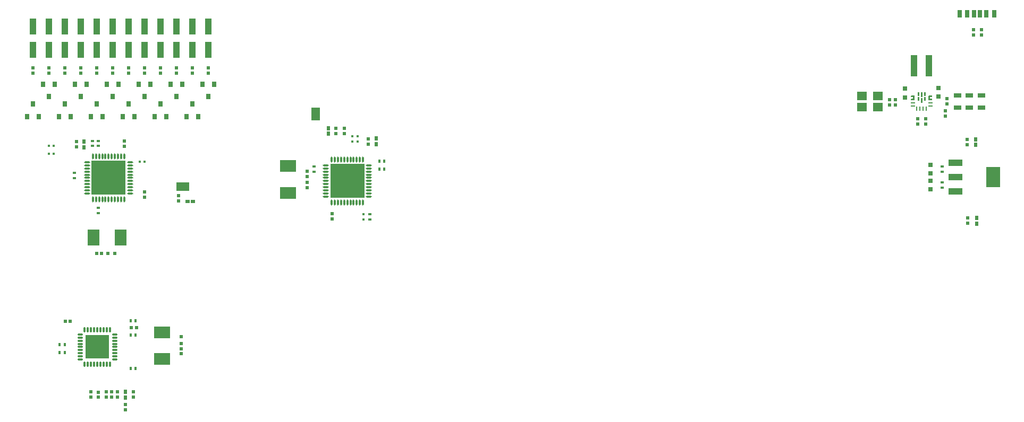
<source format=gtp>
G04*
G04 #@! TF.GenerationSoftware,Altium Limited,Altium Designer,23.3.1 (30)*
G04*
G04 Layer_Color=8421504*
%FSLAX25Y25*%
%MOIN*%
G70*
G04*
G04 #@! TF.SameCoordinates,65CDCF12-2861-4885-BE21-4D3676ECD45B*
G04*
G04*
G04 #@! TF.FilePolarity,Positive*
G04*
G01*
G75*
%ADD16R,0.07874X0.05512*%
%ADD17R,0.05512X0.07874*%
%ADD18R,0.03150X0.03543*%
%ADD19R,0.03937X0.09843*%
%ADD20R,0.14567X0.14567*%
%ADD21O,0.03543X0.01102*%
%ADD22O,0.01102X0.03543*%
%ADD23R,0.02756X0.04724*%
%ADD24R,0.02992X0.04724*%
%ADD25R,0.03150X0.04724*%
%ADD26R,0.21260X0.21260*%
G04:AMPARAMS|DCode=27|XSize=11.81mil|YSize=39.37mil|CornerRadius=5.91mil|HoleSize=0mil|Usage=FLASHONLY|Rotation=0.000|XOffset=0mil|YOffset=0mil|HoleType=Round|Shape=RoundedRectangle|*
%AMROUNDEDRECTD27*
21,1,0.01181,0.02756,0,0,0.0*
21,1,0.00000,0.03937,0,0,0.0*
1,1,0.01181,0.00000,-0.01378*
1,1,0.01181,0.00000,-0.01378*
1,1,0.01181,0.00000,0.01378*
1,1,0.01181,0.00000,0.01378*
%
%ADD27ROUNDEDRECTD27*%
G04:AMPARAMS|DCode=28|XSize=39.37mil|YSize=11.81mil|CornerRadius=5.91mil|HoleSize=0mil|Usage=FLASHONLY|Rotation=0.000|XOffset=0mil|YOffset=0mil|HoleType=Round|Shape=RoundedRectangle|*
%AMROUNDEDRECTD28*
21,1,0.03937,0.00000,0,0,0.0*
21,1,0.02756,0.01181,0,0,0.0*
1,1,0.01181,0.01378,0.00000*
1,1,0.01181,-0.01378,0.00000*
1,1,0.01181,-0.01378,0.00000*
1,1,0.01181,0.01378,0.00000*
%
%ADD28ROUNDEDRECTD28*%
%ADD29R,0.01772X0.01772*%
%ADD30R,0.06127X0.05727*%
%ADD31R,0.05118X0.02756*%
%ADD32R,0.02254X0.02423*%
%ADD33R,0.03858X0.13386*%
G04:AMPARAMS|DCode=34|XSize=9.84mil|YSize=23.62mil|CornerRadius=1.97mil|HoleSize=0mil|Usage=FLASHONLY|Rotation=90.000|XOffset=0mil|YOffset=0mil|HoleType=Round|Shape=RoundedRectangle|*
%AMROUNDEDRECTD34*
21,1,0.00984,0.01968,0,0,90.0*
21,1,0.00591,0.02362,0,0,90.0*
1,1,0.00394,0.00984,0.00295*
1,1,0.00394,0.00984,-0.00295*
1,1,0.00394,-0.00984,-0.00295*
1,1,0.00394,-0.00984,0.00295*
%
%ADD34ROUNDEDRECTD34*%
G04:AMPARAMS|DCode=35|XSize=23.62mil|YSize=9.84mil|CornerRadius=1.97mil|HoleSize=0mil|Usage=FLASHONLY|Rotation=90.000|XOffset=0mil|YOffset=0mil|HoleType=Round|Shape=RoundedRectangle|*
%AMROUNDEDRECTD35*
21,1,0.02362,0.00591,0,0,90.0*
21,1,0.01968,0.00984,0,0,90.0*
1,1,0.00394,0.00295,0.00984*
1,1,0.00394,0.00295,-0.00984*
1,1,0.00394,-0.00295,-0.00984*
1,1,0.00394,-0.00295,0.00984*
%
%ADD35ROUNDEDRECTD35*%
%ADD36R,0.08661X0.03937*%
%ADD37R,0.08661X0.12992*%
%ADD38R,0.02756X0.02756*%
%ADD39R,0.01968X0.02362*%
%ADD40R,0.10236X0.07480*%
%ADD41R,0.02047X0.02047*%
%ADD42R,0.01575X0.01968*%
%ADD43R,0.01968X0.02756*%
%ADD44R,0.02165X0.02362*%
%ADD45R,0.02047X0.02047*%
%ADD46R,0.01968X0.01575*%
%ADD47R,0.02362X0.02165*%
%ADD48R,0.01772X0.01772*%
%ADD49R,0.02362X0.01968*%
G04:AMPARAMS|DCode=50|XSize=39.37mil|YSize=11.81mil|CornerRadius=5.91mil|HoleSize=0mil|Usage=FLASHONLY|Rotation=270.000|XOffset=0mil|YOffset=0mil|HoleType=Round|Shape=RoundedRectangle|*
%AMROUNDEDRECTD50*
21,1,0.03937,0.00000,0,0,270.0*
21,1,0.02756,0.01181,0,0,270.0*
1,1,0.01181,0.00000,-0.01378*
1,1,0.01181,0.00000,0.01378*
1,1,0.01181,0.00000,0.01378*
1,1,0.01181,0.00000,-0.01378*
%
%ADD50ROUNDEDRECTD50*%
G04:AMPARAMS|DCode=51|XSize=11.81mil|YSize=39.37mil|CornerRadius=5.91mil|HoleSize=0mil|Usage=FLASHONLY|Rotation=270.000|XOffset=0mil|YOffset=0mil|HoleType=Round|Shape=RoundedRectangle|*
%AMROUNDEDRECTD51*
21,1,0.01181,0.02756,0,0,270.0*
21,1,0.00000,0.03937,0,0,270.0*
1,1,0.01181,-0.01378,0.00000*
1,1,0.01181,-0.01378,0.00000*
1,1,0.01181,0.01378,0.00000*
1,1,0.01181,0.01378,0.00000*
%
%ADD51ROUNDEDRECTD51*%
%ADD52R,0.21260X0.21260*%
%ADD53R,0.02756X0.01968*%
%ADD54R,0.07480X0.10236*%
G36*
X656608Y366651D02*
X656663Y366596D01*
X656693Y366523D01*
X656693Y366484D01*
X656693Y365894D01*
X656693Y365855D01*
X656663Y365782D01*
X656608Y365727D01*
X656535Y365697D01*
X656496Y365697D01*
X655315D01*
Y364713D01*
X656496Y364713D01*
Y364713D01*
X656535D01*
X656607Y364683D01*
X656663Y364627D01*
X656693Y364555D01*
Y364516D01*
X656693Y363925D01*
Y363925D01*
X656693Y363886D01*
X656663Y363814D01*
X656608Y363758D01*
X656535Y363728D01*
X656496Y363728D01*
X654528Y363728D01*
X654528D01*
X654488Y363728D01*
X654416Y363758D01*
X654361Y363814D01*
X654331Y363886D01*
X654331Y363925D01*
X654331Y366484D01*
X654331Y366523D01*
X654361Y366596D01*
X654416Y366651D01*
X654488Y366681D01*
X654528Y366681D01*
X656496Y366681D01*
Y366681D01*
X656535Y366681D01*
X656608Y366651D01*
D02*
G37*
G36*
X652375Y368818D02*
X652431Y368763D01*
X652461Y368691D01*
Y368652D01*
Y366781D01*
Y366742D01*
X652431Y366670D01*
X652375Y366615D01*
X652303Y366585D01*
X651634D01*
X651562Y366615D01*
X651506Y366670D01*
X651476Y366742D01*
Y366781D01*
Y368652D01*
Y368691D01*
X651506Y368763D01*
X651562Y368818D01*
X651634Y368848D01*
X652303D01*
X652375Y368818D01*
D02*
G37*
G36*
X648438D02*
X648494Y368763D01*
X648524Y368691D01*
Y368652D01*
Y366781D01*
Y366742D01*
X648494Y366670D01*
X648438Y366615D01*
X648366Y366585D01*
X647697D01*
X647625Y366615D01*
X647569Y366670D01*
X647539Y366742D01*
Y366781D01*
Y368652D01*
Y368691D01*
X647569Y368763D01*
X647625Y368818D01*
X647697Y368848D01*
X648366D01*
X648438Y368818D01*
D02*
G37*
G36*
X650407Y368698D02*
X650462Y368643D01*
X650492Y368571D01*
Y368531D01*
Y366091D01*
Y366051D01*
X650462Y365979D01*
X650407Y365924D01*
X650334Y365894D01*
X649666D01*
X649593Y365924D01*
X649538Y365979D01*
X649508Y366051D01*
Y366091D01*
Y368531D01*
Y368571D01*
X649538Y368643D01*
X649593Y368698D01*
X649666Y368728D01*
X650334D01*
X650407Y368698D01*
D02*
G37*
G36*
X645472Y366681D02*
X645512D01*
X645584Y366651D01*
X645639Y366596D01*
X645669Y366523D01*
Y366484D01*
X645669Y366484D01*
X645669Y363925D01*
X645669Y363886D01*
X645639Y363814D01*
X645584Y363758D01*
X645512Y363728D01*
X645472Y363728D01*
X643504Y363728D01*
X643465Y363728D01*
X643392Y363758D01*
X643337Y363814D01*
X643307Y363886D01*
X643307Y363925D01*
X643307D01*
Y364516D01*
Y364555D01*
X643337Y364627D01*
X643392Y364683D01*
X643465Y364713D01*
X643504D01*
X643504Y364713D01*
X644685D01*
Y365697D01*
X643504D01*
X643465Y365697D01*
X643392Y365727D01*
X643337Y365782D01*
X643307Y365855D01*
X643307Y365894D01*
X643307D01*
Y366484D01*
Y366523D01*
X643337Y366596D01*
X643392Y366651D01*
X643465Y366681D01*
X643504D01*
X643504Y366681D01*
X645472Y366681D01*
D02*
G37*
G36*
X652375Y365767D02*
X652431Y365712D01*
X652461Y365640D01*
Y365600D01*
Y363730D01*
Y363691D01*
X652431Y363619D01*
X652375Y363563D01*
X652303Y363533D01*
X651634D01*
X651562Y363563D01*
X651506Y363619D01*
X651476Y363691D01*
Y363730D01*
Y365600D01*
Y365640D01*
X651506Y365712D01*
X651562Y365767D01*
X651634Y365797D01*
X652303D01*
X652375Y365767D01*
D02*
G37*
G36*
X648438D02*
X648494Y365712D01*
X648524Y365640D01*
Y365600D01*
Y363730D01*
Y363691D01*
X648494Y363619D01*
X648438Y363563D01*
X648366Y363533D01*
X647697D01*
X647625Y363563D01*
X647569Y363619D01*
X647539Y363691D01*
Y363730D01*
Y365600D01*
Y365640D01*
X647569Y365712D01*
X647625Y365767D01*
X647697Y365797D01*
X648366D01*
X648438Y365767D01*
D02*
G37*
G36*
X650407Y365076D02*
X650462Y365021D01*
X650492Y364949D01*
Y364910D01*
Y362469D01*
Y362429D01*
X650462Y362357D01*
X650407Y362302D01*
X650334Y362272D01*
X649666D01*
X649593Y362302D01*
X649538Y362357D01*
X649508Y362429D01*
Y362469D01*
Y364910D01*
Y364949D01*
X649538Y365021D01*
X649593Y365076D01*
X649666Y365106D01*
X650334D01*
X650407Y365076D01*
D02*
G37*
D16*
X186500Y309500D02*
D03*
D17*
X269770Y355195D02*
D03*
D18*
X188760Y353563D02*
D03*
X196240D02*
D03*
X192500Y361437D02*
D03*
X162500Y366063D02*
D03*
X158760Y373937D02*
D03*
X166240D02*
D03*
X182500Y366063D02*
D03*
X178760Y373937D02*
D03*
X186240D02*
D03*
X202500Y366063D02*
D03*
X198760Y373937D02*
D03*
X206240D02*
D03*
X102500Y366063D02*
D03*
X98760Y373937D02*
D03*
X106240D02*
D03*
X142500Y366063D02*
D03*
X138760Y373937D02*
D03*
X146240D02*
D03*
X92500Y361437D02*
D03*
X96240Y353563D02*
D03*
X88760D02*
D03*
X122500Y366063D02*
D03*
X118760Y373937D02*
D03*
X126240D02*
D03*
X112500Y361437D02*
D03*
X116240Y353563D02*
D03*
X108760D02*
D03*
X132500Y361437D02*
D03*
X136240Y353563D02*
D03*
X128760D02*
D03*
X172500Y361437D02*
D03*
X176240Y353563D02*
D03*
X168760D02*
D03*
X152500Y361437D02*
D03*
X156240Y353563D02*
D03*
X148760D02*
D03*
D19*
X202500Y395433D02*
D03*
Y410000D02*
D03*
X192500Y395433D02*
D03*
Y410000D02*
D03*
X182500Y395433D02*
D03*
Y410000D02*
D03*
X172500Y395433D02*
D03*
Y410000D02*
D03*
X162500Y395433D02*
D03*
Y410000D02*
D03*
X152500Y395433D02*
D03*
Y410000D02*
D03*
X142500Y395433D02*
D03*
Y410000D02*
D03*
X132500Y395433D02*
D03*
Y410000D02*
D03*
X122500Y395433D02*
D03*
Y410000D02*
D03*
X112500Y395433D02*
D03*
Y410000D02*
D03*
X102500Y395433D02*
D03*
Y410000D02*
D03*
X92500Y395433D02*
D03*
Y410000D02*
D03*
D20*
X132902Y208661D02*
D03*
D21*
X143728Y216535D02*
D03*
Y214567D02*
D03*
Y212598D02*
D03*
Y210630D02*
D03*
Y208661D02*
D03*
Y206693D02*
D03*
Y204724D02*
D03*
Y202756D02*
D03*
Y200787D02*
D03*
X122075D02*
D03*
Y202756D02*
D03*
Y204724D02*
D03*
Y206693D02*
D03*
Y208661D02*
D03*
Y210630D02*
D03*
Y212598D02*
D03*
Y214567D02*
D03*
Y216535D02*
D03*
D22*
X140776Y197835D02*
D03*
X138807D02*
D03*
X136839D02*
D03*
X134870D02*
D03*
X132902D02*
D03*
X130933D02*
D03*
X128965D02*
D03*
X126996D02*
D03*
X125028D02*
D03*
Y219488D02*
D03*
X126996D02*
D03*
X128965D02*
D03*
X130933D02*
D03*
X132902D02*
D03*
X134870D02*
D03*
X136839D02*
D03*
X138807D02*
D03*
X140776D02*
D03*
D23*
X682731Y418189D02*
D03*
X686668D02*
D03*
D24*
X678716D02*
D03*
X690684D02*
D03*
D25*
X673873D02*
D03*
X695527D02*
D03*
D26*
X140000Y315000D02*
D03*
D27*
X130157Y328583D02*
D03*
X132126D02*
D03*
X134095D02*
D03*
X136063D02*
D03*
X138031D02*
D03*
X140000D02*
D03*
X141969D02*
D03*
X143937D02*
D03*
X145905D02*
D03*
X147874D02*
D03*
X149843D02*
D03*
Y301417D02*
D03*
X147874D02*
D03*
X145905D02*
D03*
X143937D02*
D03*
X141969D02*
D03*
X140000D02*
D03*
X138031D02*
D03*
X136063D02*
D03*
X134095D02*
D03*
X132126D02*
D03*
X130157D02*
D03*
D28*
X153583Y324843D02*
D03*
Y322874D02*
D03*
Y320905D02*
D03*
Y318937D02*
D03*
Y316968D02*
D03*
Y315000D02*
D03*
Y313032D02*
D03*
Y311063D02*
D03*
Y309095D02*
D03*
Y307126D02*
D03*
Y305157D02*
D03*
X126417D02*
D03*
Y307126D02*
D03*
Y309095D02*
D03*
Y311063D02*
D03*
Y313032D02*
D03*
Y315000D02*
D03*
Y316968D02*
D03*
Y318937D02*
D03*
Y320905D02*
D03*
Y322874D02*
D03*
Y324843D02*
D03*
D29*
X159425Y325000D02*
D03*
X162575D02*
D03*
X105650Y330000D02*
D03*
X102500D02*
D03*
X105650Y335000D02*
D03*
X102500D02*
D03*
D30*
X622500Y359355D02*
D03*
Y366645D02*
D03*
X612500D02*
D03*
Y359355D02*
D03*
D31*
X687500Y359260D02*
D03*
Y366740D02*
D03*
X672500D02*
D03*
Y359260D02*
D03*
X680000Y366740D02*
D03*
Y359260D02*
D03*
D32*
X652500Y348813D02*
D03*
Y352187D02*
D03*
D33*
X654665Y385500D02*
D03*
X645335D02*
D03*
D34*
X644488Y360283D02*
D03*
Y362252D02*
D03*
X655512D02*
D03*
Y360283D02*
D03*
D35*
X652953Y358610D02*
D03*
X650984D02*
D03*
X649016D02*
D03*
X647047D02*
D03*
D36*
X671189Y324555D02*
D03*
Y315500D02*
D03*
Y306445D02*
D03*
D37*
X694811Y315500D02*
D03*
D38*
X655500Y313256D02*
D03*
Y307744D02*
D03*
X660500Y366000D02*
D03*
Y371512D02*
D03*
X639500Y365488D02*
D03*
Y371000D02*
D03*
X655500Y323256D02*
D03*
Y317744D02*
D03*
D39*
X185500Y210886D02*
D03*
Y215216D02*
D03*
D40*
X173500Y217965D02*
D03*
Y201035D02*
D03*
X252500Y322465D02*
D03*
Y305535D02*
D03*
D41*
X133402Y177087D02*
D03*
Y180236D02*
D03*
X150000Y334925D02*
D03*
Y338075D02*
D03*
X280242Y292459D02*
D03*
Y289310D02*
D03*
X162500Y306075D02*
D03*
Y302925D02*
D03*
X264500Y315925D02*
D03*
Y319075D02*
D03*
X288000Y342925D02*
D03*
Y346075D02*
D03*
X264500Y312075D02*
D03*
Y308925D02*
D03*
X185500Y204476D02*
D03*
Y207626D02*
D03*
D42*
X156976Y225161D02*
D03*
X153827D02*
D03*
X309769Y325530D02*
D03*
X312919D02*
D03*
Y320530D02*
D03*
X309769D02*
D03*
X112477Y210161D02*
D03*
X109327D02*
D03*
X156976Y216161D02*
D03*
X153827D02*
D03*
X112477Y205161D02*
D03*
X109327D02*
D03*
X156976Y195161D02*
D03*
X153827D02*
D03*
D43*
X684500Y286228D02*
D03*
Y289772D02*
D03*
X278000Y342728D02*
D03*
Y346272D02*
D03*
X308000Y336122D02*
D03*
Y339665D02*
D03*
X150402Y180433D02*
D03*
Y176890D02*
D03*
X684000Y335728D02*
D03*
Y339272D02*
D03*
X124500Y334228D02*
D03*
Y337772D02*
D03*
D44*
X679000Y289673D02*
D03*
Y286327D02*
D03*
X172500Y384173D02*
D03*
Y380827D02*
D03*
X112500D02*
D03*
Y384173D02*
D03*
X192500D02*
D03*
Y380827D02*
D03*
X152500D02*
D03*
Y384173D02*
D03*
X182500D02*
D03*
Y380827D02*
D03*
X92500D02*
D03*
Y384173D02*
D03*
X122500D02*
D03*
Y380827D02*
D03*
X202500D02*
D03*
Y384173D02*
D03*
X162500D02*
D03*
Y380827D02*
D03*
X142500D02*
D03*
Y384173D02*
D03*
X102500D02*
D03*
Y380827D02*
D03*
X132500D02*
D03*
Y384173D02*
D03*
X687500Y408173D02*
D03*
Y404827D02*
D03*
X682500D02*
D03*
Y408173D02*
D03*
X303000Y336221D02*
D03*
Y339567D02*
D03*
X282500Y346000D02*
D03*
Y342653D02*
D03*
X120000Y334327D02*
D03*
Y337673D02*
D03*
X184000Y300327D02*
D03*
Y303673D02*
D03*
X633500Y364173D02*
D03*
Y360827D02*
D03*
X630000D02*
D03*
Y364173D02*
D03*
X665000Y357173D02*
D03*
Y353827D02*
D03*
X666000Y361327D02*
D03*
Y364673D02*
D03*
X647500Y348965D02*
D03*
Y352311D02*
D03*
X678500Y339173D02*
D03*
Y335827D02*
D03*
X145402Y176988D02*
D03*
Y180335D02*
D03*
X128902D02*
D03*
Y176988D02*
D03*
X155402D02*
D03*
Y180335D02*
D03*
X150402Y172335D02*
D03*
Y168988D02*
D03*
X138402Y176988D02*
D03*
Y180335D02*
D03*
X141902D02*
D03*
Y176988D02*
D03*
D45*
X132500Y267500D02*
D03*
X135650D02*
D03*
X115977Y224661D02*
D03*
X112827D02*
D03*
D46*
X269000Y322075D02*
D03*
Y318925D02*
D03*
X303769Y292105D02*
D03*
Y288955D02*
D03*
X130000Y335000D02*
D03*
Y338150D02*
D03*
X118500Y318075D02*
D03*
Y314925D02*
D03*
X133500Y296075D02*
D03*
Y292925D02*
D03*
X133400Y338150D02*
D03*
Y335000D02*
D03*
X663000Y322075D02*
D03*
Y318925D02*
D03*
Y312075D02*
D03*
Y308925D02*
D03*
D47*
X157575Y220661D02*
D03*
X154228D02*
D03*
D48*
X299769Y288955D02*
D03*
Y292105D02*
D03*
X296383Y337932D02*
D03*
Y341081D02*
D03*
X292769Y337955D02*
D03*
Y341105D02*
D03*
D49*
X144000Y267500D02*
D03*
X139669D02*
D03*
D50*
X299612Y326613D02*
D03*
X297643D02*
D03*
X295675D02*
D03*
X293706D02*
D03*
X291738D02*
D03*
X289769D02*
D03*
X287801D02*
D03*
X285832D02*
D03*
X283864D02*
D03*
X281895D02*
D03*
X279927D02*
D03*
Y299447D02*
D03*
X281895D02*
D03*
X283864D02*
D03*
X285832D02*
D03*
X287801D02*
D03*
X289769D02*
D03*
X291738D02*
D03*
X293706D02*
D03*
X295675D02*
D03*
X297643D02*
D03*
X299612D02*
D03*
D51*
X276186Y322873D02*
D03*
Y320904D02*
D03*
Y318936D02*
D03*
Y316967D02*
D03*
Y314999D02*
D03*
Y313030D02*
D03*
Y311062D02*
D03*
Y309093D02*
D03*
Y307124D02*
D03*
Y305156D02*
D03*
Y303187D02*
D03*
X303352D02*
D03*
Y305156D02*
D03*
Y307124D02*
D03*
Y309093D02*
D03*
Y311062D02*
D03*
Y313030D02*
D03*
Y314999D02*
D03*
Y316967D02*
D03*
Y318936D02*
D03*
Y320904D02*
D03*
Y322873D02*
D03*
D52*
X289769Y313030D02*
D03*
D53*
X193043Y300228D02*
D03*
X189500D02*
D03*
D54*
X130535Y277500D02*
D03*
X147465D02*
D03*
M02*

</source>
